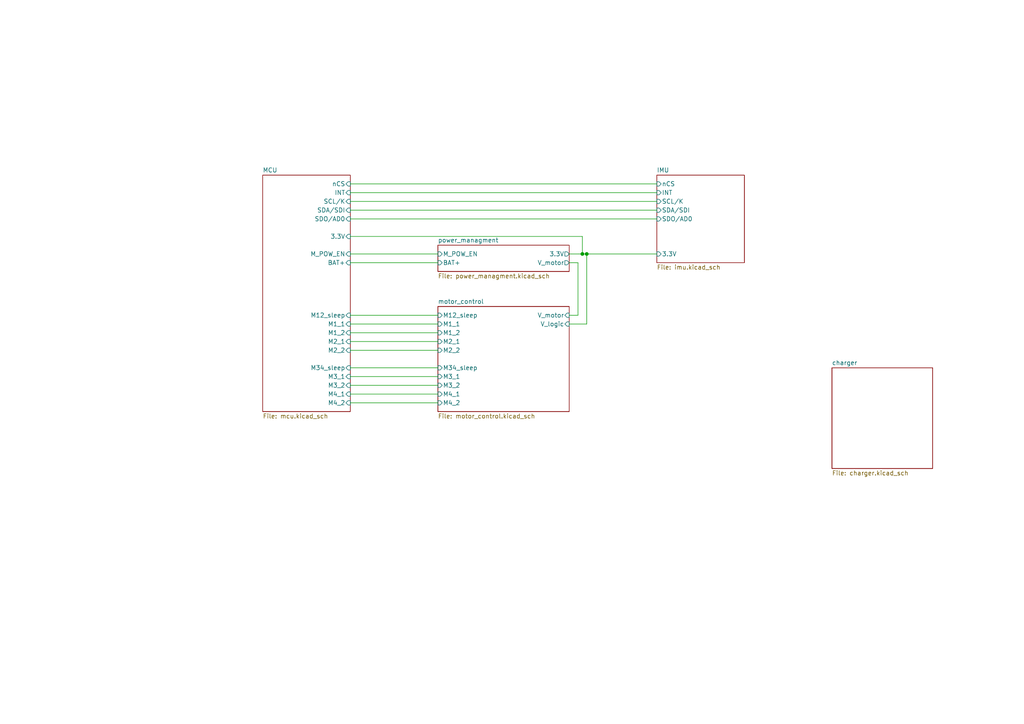
<source format=kicad_sch>
(kicad_sch
	(version 20231120)
	(generator "eeschema")
	(generator_version "8.0")
	(uuid "c4be7315-65c6-4b98-8def-47f6c938f574")
	(paper "A4")
	(lib_symbols)
	(junction
		(at 170.18 73.66)
		(diameter 0)
		(color 0 0 0 0)
		(uuid "e5c818b2-0519-45cd-9e1d-e972a5733534")
	)
	(junction
		(at 168.91 73.66)
		(diameter 0)
		(color 0 0 0 0)
		(uuid "e628eaa4-6465-4be2-a336-357ded9f86f7")
	)
	(wire
		(pts
			(xy 168.91 73.66) (xy 165.1 73.66)
		)
		(stroke
			(width 0)
			(type default)
		)
		(uuid "047df35c-1530-4128-a233-57a98463a709")
	)
	(wire
		(pts
			(xy 101.6 91.44) (xy 127 91.44)
		)
		(stroke
			(width 0)
			(type default)
		)
		(uuid "0600dfa4-6888-47ef-9e17-b30e100a4e98")
	)
	(wire
		(pts
			(xy 170.18 73.66) (xy 168.91 73.66)
		)
		(stroke
			(width 0)
			(type default)
		)
		(uuid "16d93056-6e1c-4513-bd9f-318a8734eb01")
	)
	(wire
		(pts
			(xy 101.6 96.52) (xy 127 96.52)
		)
		(stroke
			(width 0)
			(type default)
		)
		(uuid "17b50f5f-91bc-460c-ac9d-0d530a5916fb")
	)
	(wire
		(pts
			(xy 101.6 106.68) (xy 127 106.68)
		)
		(stroke
			(width 0)
			(type default)
		)
		(uuid "1e2dd7f2-c94f-4827-8f34-67bf56ae3753")
	)
	(wire
		(pts
			(xy 101.6 53.34) (xy 190.5 53.34)
		)
		(stroke
			(width 0)
			(type default)
		)
		(uuid "22908a71-1ed1-48f6-afac-226a9487965e")
	)
	(wire
		(pts
			(xy 101.6 114.3) (xy 127 114.3)
		)
		(stroke
			(width 0)
			(type default)
		)
		(uuid "27f02c69-0121-42fd-b06a-ca1c72e4d412")
	)
	(wire
		(pts
			(xy 101.6 109.22) (xy 127 109.22)
		)
		(stroke
			(width 0)
			(type default)
		)
		(uuid "2ae23c22-49eb-4cdb-913d-568f270f6d00")
	)
	(wire
		(pts
			(xy 101.6 58.42) (xy 190.5 58.42)
		)
		(stroke
			(width 0)
			(type default)
		)
		(uuid "346b085a-deca-4517-9fcc-d4b10a6bf002")
	)
	(wire
		(pts
			(xy 101.6 73.66) (xy 127 73.66)
		)
		(stroke
			(width 0)
			(type default)
		)
		(uuid "3d5a0063-210e-4f50-887f-e206e743236f")
	)
	(wire
		(pts
			(xy 101.6 55.88) (xy 190.5 55.88)
		)
		(stroke
			(width 0)
			(type default)
		)
		(uuid "47e1b6a2-7202-42ac-b6e0-8254b63d24f8")
	)
	(wire
		(pts
			(xy 101.6 99.06) (xy 127 99.06)
		)
		(stroke
			(width 0)
			(type default)
		)
		(uuid "548876ca-fc81-41aa-8bf2-d2b931524cdf")
	)
	(wire
		(pts
			(xy 101.6 101.6) (xy 127 101.6)
		)
		(stroke
			(width 0)
			(type default)
		)
		(uuid "70f7ea93-5692-4f15-b291-9f094cb3d5f7")
	)
	(wire
		(pts
			(xy 168.91 68.58) (xy 168.91 73.66)
		)
		(stroke
			(width 0)
			(type default)
		)
		(uuid "7b9b69ac-b8f1-4e8a-90c2-14865c4843ad")
	)
	(wire
		(pts
			(xy 170.18 73.66) (xy 190.5 73.66)
		)
		(stroke
			(width 0)
			(type default)
		)
		(uuid "888afcab-3b41-434a-8a0a-09263a2ec523")
	)
	(wire
		(pts
			(xy 165.1 93.98) (xy 170.18 93.98)
		)
		(stroke
			(width 0)
			(type default)
		)
		(uuid "8c8209fa-fa1c-4d71-821e-6ed7b6187da3")
	)
	(wire
		(pts
			(xy 170.18 93.98) (xy 170.18 73.66)
		)
		(stroke
			(width 0)
			(type default)
		)
		(uuid "a5d1e745-7fcf-430e-9437-0e920fd62e38")
	)
	(wire
		(pts
			(xy 101.6 68.58) (xy 168.91 68.58)
		)
		(stroke
			(width 0)
			(type default)
		)
		(uuid "aaaa4cfc-eee0-4583-bd68-439d29802b2c")
	)
	(wire
		(pts
			(xy 101.6 111.76) (xy 127 111.76)
		)
		(stroke
			(width 0)
			(type default)
		)
		(uuid "ab651aa0-5a66-4f5f-a28b-29cf838ae754")
	)
	(wire
		(pts
			(xy 165.1 91.44) (xy 167.64 91.44)
		)
		(stroke
			(width 0)
			(type default)
		)
		(uuid "b26db723-8fe7-45a4-9396-575dabc718bd")
	)
	(wire
		(pts
			(xy 101.6 76.2) (xy 127 76.2)
		)
		(stroke
			(width 0)
			(type default)
		)
		(uuid "b5543edd-979e-4dec-9369-313104676d5b")
	)
	(wire
		(pts
			(xy 101.6 63.5) (xy 190.5 63.5)
		)
		(stroke
			(width 0)
			(type default)
		)
		(uuid "b81a1187-8fed-4f88-9b3f-35e6e9ef5e12")
	)
	(wire
		(pts
			(xy 101.6 116.84) (xy 127 116.84)
		)
		(stroke
			(width 0)
			(type default)
		)
		(uuid "bb4a911c-74ea-4761-be71-a20d3a5bc637")
	)
	(wire
		(pts
			(xy 167.64 91.44) (xy 167.64 76.2)
		)
		(stroke
			(width 0)
			(type default)
		)
		(uuid "cc4422b2-c594-4cb9-a331-03384bdcfabe")
	)
	(wire
		(pts
			(xy 101.6 60.96) (xy 190.5 60.96)
		)
		(stroke
			(width 0)
			(type default)
		)
		(uuid "cf4b6c88-08be-4687-8940-db3a469c6bd1")
	)
	(wire
		(pts
			(xy 167.64 76.2) (xy 165.1 76.2)
		)
		(stroke
			(width 0)
			(type default)
		)
		(uuid "e7d10212-8237-41a3-aefd-bc99919c1e45")
	)
	(wire
		(pts
			(xy 101.6 93.98) (xy 127 93.98)
		)
		(stroke
			(width 0)
			(type default)
		)
		(uuid "eb9fb59e-149c-4068-b8de-24c6c3890edb")
	)
	(sheet
		(at 127 71.12)
		(size 38.1 7.62)
		(fields_autoplaced yes)
		(stroke
			(width 0.1524)
			(type solid)
		)
		(fill
			(color 0 0 0 0.0000)
		)
		(uuid "1745e01e-d628-442e-8515-7c7ffad12439")
		(property "Sheetname" "power_managment"
			(at 127 70.4084 0)
			(effects
				(font
					(size 1.27 1.27)
				)
				(justify left bottom)
			)
		)
		(property "Sheetfile" "power_managment.kicad_sch"
			(at 127 79.3246 0)
			(effects
				(font
					(size 1.27 1.27)
				)
				(justify left top)
			)
		)
		(pin "V_motor" output
			(at 165.1 76.2 0)
			(effects
				(font
					(size 1.27 1.27)
				)
				(justify right)
			)
			(uuid "b7af97d6-7b95-48a8-b2fd-2b75d18c8721")
		)
		(pin "BAT+" input
			(at 127 76.2 180)
			(effects
				(font
					(size 1.27 1.27)
				)
				(justify left)
			)
			(uuid "55983fae-1eb7-4e99-914b-e81ea61f8c20")
		)
		(pin "M_POW_EN" input
			(at 127 73.66 180)
			(effects
				(font
					(size 1.27 1.27)
				)
				(justify left)
			)
			(uuid "01782a13-8e86-4ab1-8fe6-7d8176968ac2")
		)
		(pin "3.3V" output
			(at 165.1 73.66 0)
			(effects
				(font
					(size 1.27 1.27)
				)
				(justify right)
			)
			(uuid "7d740966-4a0b-47aa-b266-a317e219250d")
		)
		(instances
			(project "sbr-pcb"
				(path "/c4be7315-65c6-4b98-8def-47f6c938f574"
					(page "4")
				)
			)
		)
	)
	(sheet
		(at 127 88.9)
		(size 38.1 30.48)
		(fields_autoplaced yes)
		(stroke
			(width 0.1524)
			(type solid)
		)
		(fill
			(color 0 0 0 0.0000)
		)
		(uuid "827946bf-5c76-4915-b6a3-f61727bbfa6b")
		(property "Sheetname" "motor_control"
			(at 127 88.1884 0)
			(effects
				(font
					(size 1.27 1.27)
				)
				(justify left bottom)
			)
		)
		(property "Sheetfile" "motor_control.kicad_sch"
			(at 127 119.9646 0)
			(effects
				(font
					(size 1.27 1.27)
				)
				(justify left top)
			)
		)
		(pin "M1_1" input
			(at 127 93.98 180)
			(effects
				(font
					(size 1.27 1.27)
				)
				(justify left)
			)
			(uuid "2be772a5-e253-4c89-b91d-10ba11fc0b16")
		)
		(pin "M1_2" input
			(at 127 96.52 180)
			(effects
				(font
					(size 1.27 1.27)
				)
				(justify left)
			)
			(uuid "5a897541-f81c-4424-83c0-29687b3eb21a")
		)
		(pin "V_logic" input
			(at 165.1 93.98 0)
			(effects
				(font
					(size 1.27 1.27)
				)
				(justify right)
			)
			(uuid "c38295f9-2ab0-4fdd-ae38-b9c0fce6c4f1")
		)
		(pin "M2_1" input
			(at 127 99.06 180)
			(effects
				(font
					(size 1.27 1.27)
				)
				(justify left)
			)
			(uuid "2a85a4be-f853-4821-b699-c94714a29289")
		)
		(pin "M2_2" input
			(at 127 101.6 180)
			(effects
				(font
					(size 1.27 1.27)
				)
				(justify left)
			)
			(uuid "c798bcd6-562a-4d0c-89eb-11ae0a9f623c")
		)
		(pin "V_motor" input
			(at 165.1 91.44 0)
			(effects
				(font
					(size 1.27 1.27)
				)
				(justify right)
			)
			(uuid "240a5e69-6b56-43fa-b957-d4aad01815bf")
		)
		(pin "M12_sleep" input
			(at 127 91.44 180)
			(effects
				(font
					(size 1.27 1.27)
				)
				(justify left)
			)
			(uuid "421e0abf-eb5e-4571-b3b3-14527a4388c8")
		)
		(pin "M4_1" input
			(at 127 114.3 180)
			(effects
				(font
					(size 1.27 1.27)
				)
				(justify left)
			)
			(uuid "88921d76-f8a1-41ef-bc9d-6cd6b46b67ea")
		)
		(pin "M4_2" input
			(at 127 116.84 180)
			(effects
				(font
					(size 1.27 1.27)
				)
				(justify left)
			)
			(uuid "9d070a31-8abf-452b-bba2-d290c4a539c7")
		)
		(pin "M3_2" input
			(at 127 111.76 180)
			(effects
				(font
					(size 1.27 1.27)
				)
				(justify left)
			)
			(uuid "48865ed7-3496-49e0-92da-a2cb2104f12d")
		)
		(pin "M3_1" input
			(at 127 109.22 180)
			(effects
				(font
					(size 1.27 1.27)
				)
				(justify left)
			)
			(uuid "e0bb81df-61e3-43e5-80a3-4151195a0277")
		)
		(pin "M34_sleep" input
			(at 127 106.68 180)
			(effects
				(font
					(size 1.27 1.27)
				)
				(justify left)
			)
			(uuid "8e0e4e5c-29cf-4af7-9aca-7228492f521f")
		)
		(instances
			(project "sbr-pcb"
				(path "/c4be7315-65c6-4b98-8def-47f6c938f574"
					(page "5")
				)
			)
		)
	)
	(sheet
		(at 76.2 50.8)
		(size 25.4 68.58)
		(fields_autoplaced yes)
		(stroke
			(width 0.1524)
			(type solid)
		)
		(fill
			(color 0 0 0 0.0000)
		)
		(uuid "cba5d823-24c1-46b0-a5ee-888089260cb5")
		(property "Sheetname" "MCU"
			(at 76.2 50.0884 0)
			(effects
				(font
					(size 1.27 1.27)
				)
				(justify left bottom)
			)
		)
		(property "Sheetfile" "mcu.kicad_sch"
			(at 76.2 119.9646 0)
			(effects
				(font
					(size 1.27 1.27)
				)
				(justify left top)
			)
		)
		(pin "M4_1" input
			(at 101.6 114.3 0)
			(effects
				(font
					(size 1.27 1.27)
				)
				(justify right)
			)
			(uuid "76bfdfbf-5a1e-4df7-9c09-14013f620754")
		)
		(pin "M3_2" input
			(at 101.6 111.76 0)
			(effects
				(font
					(size 1.27 1.27)
				)
				(justify right)
			)
			(uuid "1e0c52e3-784c-4a28-88c1-1744a2007baf")
		)
		(pin "M4_2" input
			(at 101.6 116.84 0)
			(effects
				(font
					(size 1.27 1.27)
				)
				(justify right)
			)
			(uuid "f6710bf2-fcdb-43a3-83b2-c43f9029d4a7")
		)
		(pin "M3_1" input
			(at 101.6 109.22 0)
			(effects
				(font
					(size 1.27 1.27)
				)
				(justify right)
			)
			(uuid "914fc54c-7e8a-4c86-aa82-712ec31edc19")
		)
		(pin "M12_sleep" input
			(at 101.6 91.44 0)
			(effects
				(font
					(size 1.27 1.27)
				)
				(justify right)
			)
			(uuid "acec4036-4f6e-4a61-ad46-46eddc77ee48")
		)
		(pin "M34_sleep" input
			(at 101.6 106.68 0)
			(effects
				(font
					(size 1.27 1.27)
				)
				(justify right)
			)
			(uuid "f2f92e03-623a-49d8-801f-8b1d279bc3b9")
		)
		(pin "M2_2" input
			(at 101.6 101.6 0)
			(effects
				(font
					(size 1.27 1.27)
				)
				(justify right)
			)
			(uuid "935d5c05-2d44-4584-b3ca-382cab4cb8bc")
		)
		(pin "M1_1" input
			(at 101.6 93.98 0)
			(effects
				(font
					(size 1.27 1.27)
				)
				(justify right)
			)
			(uuid "a1976226-9cca-4ee0-9281-179e955c5dc1")
		)
		(pin "M1_2" input
			(at 101.6 96.52 0)
			(effects
				(font
					(size 1.27 1.27)
				)
				(justify right)
			)
			(uuid "74d5c184-9310-4afb-8b52-4ae0f84daaf8")
		)
		(pin "M2_1" input
			(at 101.6 99.06 0)
			(effects
				(font
					(size 1.27 1.27)
				)
				(justify right)
			)
			(uuid "7889b7fa-155a-477f-9a14-1ea7d5322811")
		)
		(pin "SDO{slash}AD0" input
			(at 101.6 63.5 0)
			(effects
				(font
					(size 1.27 1.27)
				)
				(justify right)
			)
			(uuid "e3b3cb6c-dcb8-4271-ae9a-db49e82deb82")
		)
		(pin "SDA{slash}SDI" input
			(at 101.6 60.96 0)
			(effects
				(font
					(size 1.27 1.27)
				)
				(justify right)
			)
			(uuid "133aa53c-876c-4523-8376-2abf1d263568")
		)
		(pin "SCL{slash}K" input
			(at 101.6 58.42 0)
			(effects
				(font
					(size 1.27 1.27)
				)
				(justify right)
			)
			(uuid "aa126411-1bd3-408a-a4e1-aefaa3dbb7d2")
		)
		(pin "nCS" input
			(at 101.6 53.34 0)
			(effects
				(font
					(size 1.27 1.27)
				)
				(justify right)
			)
			(uuid "0b9c15cd-b781-4085-9196-0653bd329bdf")
		)
		(pin "INT" input
			(at 101.6 55.88 0)
			(effects
				(font
					(size 1.27 1.27)
				)
				(justify right)
			)
			(uuid "8dbadf66-d3bf-4236-b404-741722f17710")
		)
		(pin "BAT+" input
			(at 101.6 76.2 0)
			(effects
				(font
					(size 1.27 1.27)
				)
				(justify right)
			)
			(uuid "7a94e32b-4632-4040-81b3-4f57ef07d33c")
		)
		(pin "M_POW_EN" input
			(at 101.6 73.66 0)
			(effects
				(font
					(size 1.27 1.27)
				)
				(justify right)
			)
			(uuid "2bc001cc-8db9-4132-a647-fda615ead6ad")
		)
		(pin "3.3V" input
			(at 101.6 68.58 0)
			(effects
				(font
					(size 1.27 1.27)
				)
				(justify right)
			)
			(uuid "66780704-008b-449d-9c43-7cbf58470616")
		)
		(instances
			(project "sbr-pcb"
				(path "/c4be7315-65c6-4b98-8def-47f6c938f574"
					(page "2")
				)
			)
		)
	)
	(sheet
		(at 241.3 106.68)
		(size 29.21 29.21)
		(fields_autoplaced yes)
		(stroke
			(width 0.1524)
			(type solid)
		)
		(fill
			(color 0 0 0 0.0000)
		)
		(uuid "ea1a65c1-1c6e-47c5-adf0-df0ed3ea4018")
		(property "Sheetname" "charger"
			(at 241.3 105.9684 0)
			(effects
				(font
					(size 1.27 1.27)
				)
				(justify left bottom)
			)
		)
		(property "Sheetfile" "charger.kicad_sch"
			(at 241.3 136.4746 0)
			(effects
				(font
					(size 1.27 1.27)
				)
				(justify left top)
			)
		)
		(instances
			(project "sbr-pcb"
				(path "/c4be7315-65c6-4b98-8def-47f6c938f574"
					(page "3")
				)
			)
		)
	)
	(sheet
		(at 190.5 50.8)
		(size 25.4 25.4)
		(fields_autoplaced yes)
		(stroke
			(width 0.1524)
			(type solid)
		)
		(fill
			(color 0 0 0 0.0000)
		)
		(uuid "f05eafae-df42-4196-ab2b-1febfeeb1928")
		(property "Sheetname" "IMU"
			(at 190.5 50.0884 0)
			(effects
				(font
					(size 1.27 1.27)
				)
				(justify left bottom)
			)
		)
		(property "Sheetfile" "imu.kicad_sch"
			(at 190.5 76.7846 0)
			(effects
				(font
					(size 1.27 1.27)
				)
				(justify left top)
			)
		)
		(pin "3.3V" input
			(at 190.5 73.66 180)
			(effects
				(font
					(size 1.27 1.27)
				)
				(justify left)
			)
			(uuid "3ff0e8ba-1155-40a7-8991-fd07946a5774")
		)
		(pin "INT" input
			(at 190.5 55.88 180)
			(effects
				(font
					(size 1.27 1.27)
				)
				(justify left)
			)
			(uuid "1d3ad27c-6044-4648-bdd7-1bc6a16656ca")
		)
		(pin "nCS" input
			(at 190.5 53.34 180)
			(effects
				(font
					(size 1.27 1.27)
				)
				(justify left)
			)
			(uuid "2685e8ac-9e46-4759-9882-f9c312002610")
		)
		(pin "SDA{slash}SDI" input
			(at 190.5 60.96 180)
			(effects
				(font
					(size 1.27 1.27)
				)
				(justify left)
			)
			(uuid "3cfae7a7-b32a-4ddc-bffa-3276fb957c31")
		)
		(pin "SDO{slash}AD0" input
			(at 190.5 63.5 180)
			(effects
				(font
					(size 1.27 1.27)
				)
				(justify left)
			)
			(uuid "47c074d5-b558-43de-a405-c54c8696de12")
		)
		(pin "SCL{slash}K" input
			(at 190.5 58.42 180)
			(effects
				(font
					(size 1.27 1.27)
				)
				(justify left)
			)
			(uuid "bf65f69b-639b-4f0c-90c1-e045fce8d031")
		)
		(instances
			(project "sbr-pcb"
				(path "/c4be7315-65c6-4b98-8def-47f6c938f574"
					(page "6")
				)
			)
		)
	)
	(sheet_instances
		(path "/"
			(page "1")
		)
	)
)

</source>
